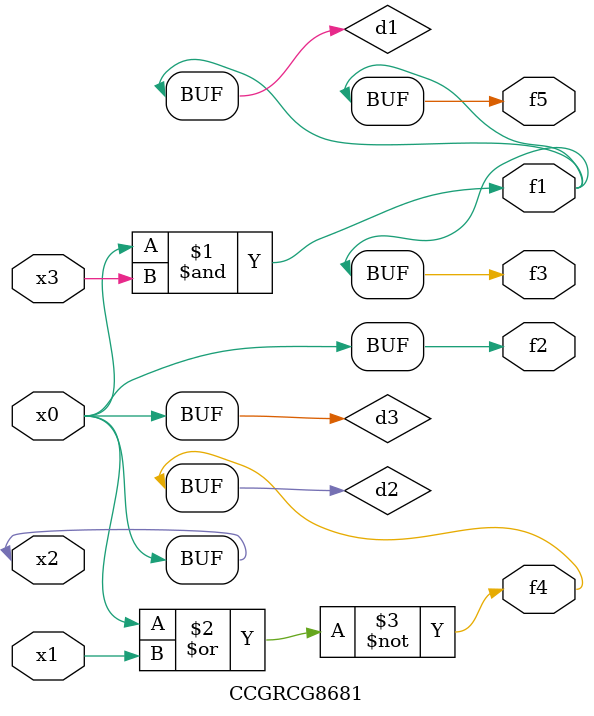
<source format=v>
module CCGRCG8681(
	input x0, x1, x2, x3,
	output f1, f2, f3, f4, f5
);

	wire d1, d2, d3;

	and (d1, x2, x3);
	nor (d2, x0, x1);
	buf (d3, x0, x2);
	assign f1 = d1;
	assign f2 = d3;
	assign f3 = d1;
	assign f4 = d2;
	assign f5 = d1;
endmodule

</source>
